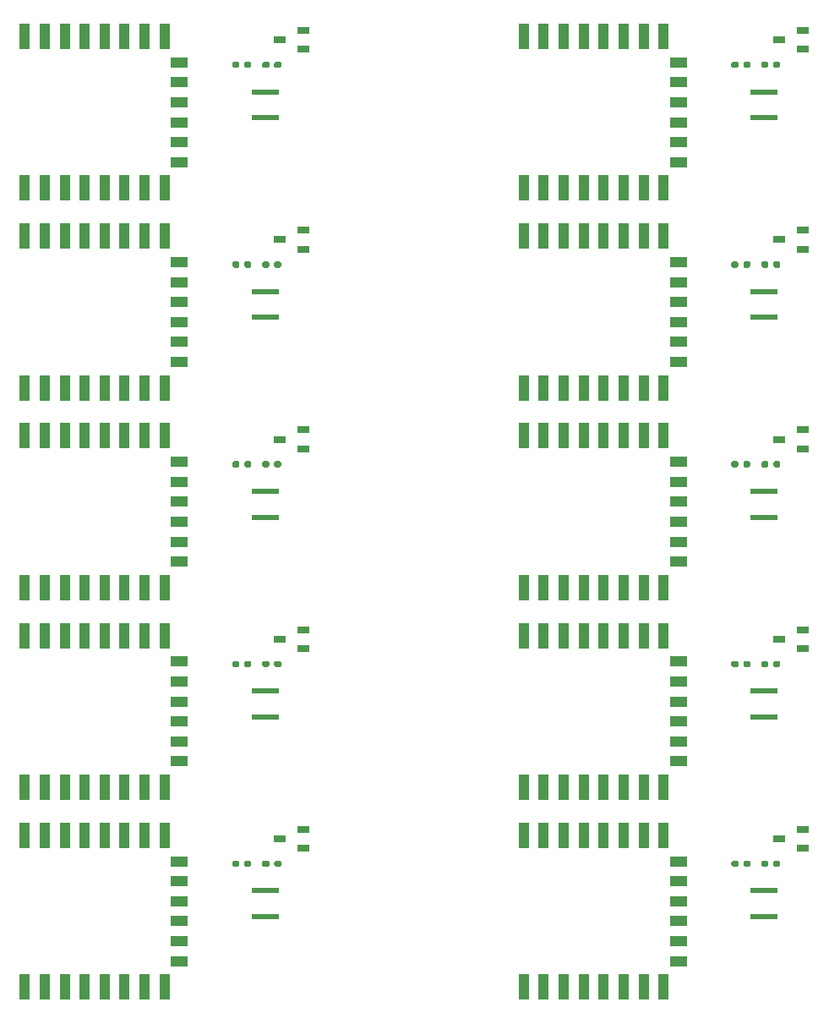
<source format=gbr>
%TF.GenerationSoftware,KiCad,Pcbnew,(5.1.9)-1*%
%TF.CreationDate,2021-04-07T06:54:24+02:00*%
%TF.ProjectId,IM350_AM550_5V_multi,494d3335-305f-4414-9d35-35305f35565f,rev?*%
%TF.SameCoordinates,Original*%
%TF.FileFunction,Paste,Top*%
%TF.FilePolarity,Positive*%
%FSLAX46Y46*%
G04 Gerber Fmt 4.6, Leading zero omitted, Abs format (unit mm)*
G04 Created by KiCad (PCBNEW (5.1.9)-1) date 2021-04-07 06:54:24*
%MOMM*%
%LPD*%
G01*
G04 APERTURE LIST*
%ADD10R,2.800000X0.600000*%
%ADD11R,1.000000X2.500000*%
%ADD12R,1.800000X1.000000*%
%ADD13R,1.300000X0.800000*%
G04 APERTURE END LIST*
%TO.C,P3*%
G36*
G01*
X133790000Y-119410000D02*
X133790000Y-119090000D01*
G75*
G02*
X133950000Y-118930000I160000J0D01*
G01*
X134345000Y-118930000D01*
G75*
G02*
X134505000Y-119090000I0J-160000D01*
G01*
X134505000Y-119410000D01*
G75*
G02*
X134345000Y-119570000I-160000J0D01*
G01*
X133950000Y-119570000D01*
G75*
G02*
X133790000Y-119410000I0J160000D01*
G01*
G37*
G36*
G01*
X132595000Y-119410000D02*
X132595000Y-119090000D01*
G75*
G02*
X132755000Y-118930000I160000J0D01*
G01*
X133150000Y-118930000D01*
G75*
G02*
X133310000Y-119090000I0J-160000D01*
G01*
X133310000Y-119410000D01*
G75*
G02*
X133150000Y-119570000I-160000J0D01*
G01*
X132755000Y-119570000D01*
G75*
G02*
X132595000Y-119410000I0J160000D01*
G01*
G37*
%TD*%
%TO.C,P3*%
G36*
G01*
X132595000Y-99410000D02*
X132595000Y-99090000D01*
G75*
G02*
X132755000Y-98930000I160000J0D01*
G01*
X133150000Y-98930000D01*
G75*
G02*
X133310000Y-99090000I0J-160000D01*
G01*
X133310000Y-99410000D01*
G75*
G02*
X133150000Y-99570000I-160000J0D01*
G01*
X132755000Y-99570000D01*
G75*
G02*
X132595000Y-99410000I0J160000D01*
G01*
G37*
G36*
G01*
X133790000Y-99410000D02*
X133790000Y-99090000D01*
G75*
G02*
X133950000Y-98930000I160000J0D01*
G01*
X134345000Y-98930000D01*
G75*
G02*
X134505000Y-99090000I0J-160000D01*
G01*
X134505000Y-99410000D01*
G75*
G02*
X134345000Y-99570000I-160000J0D01*
G01*
X133950000Y-99570000D01*
G75*
G02*
X133790000Y-99410000I0J160000D01*
G01*
G37*
%TD*%
D10*
%TO.C,J5*%
X132900000Y-101950000D03*
X132900000Y-104550000D03*
%TD*%
%TO.C,P4*%
G36*
G01*
X130790000Y-99410000D02*
X130790000Y-99090000D01*
G75*
G02*
X130950000Y-98930000I160000J0D01*
G01*
X131345000Y-98930000D01*
G75*
G02*
X131505000Y-99090000I0J-160000D01*
G01*
X131505000Y-99410000D01*
G75*
G02*
X131345000Y-99570000I-160000J0D01*
G01*
X130950000Y-99570000D01*
G75*
G02*
X130790000Y-99410000I0J160000D01*
G01*
G37*
G36*
G01*
X129595000Y-99410000D02*
X129595000Y-99090000D01*
G75*
G02*
X129755000Y-98930000I160000J0D01*
G01*
X130150000Y-98930000D01*
G75*
G02*
X130310000Y-99090000I0J-160000D01*
G01*
X130310000Y-99410000D01*
G75*
G02*
X130150000Y-99570000I-160000J0D01*
G01*
X129755000Y-99570000D01*
G75*
G02*
X129595000Y-99410000I0J160000D01*
G01*
G37*
%TD*%
D11*
%TO.C,U2*%
X108800000Y-111600000D03*
X110800000Y-111600000D03*
X112800000Y-111600000D03*
X114800000Y-111600000D03*
X116800000Y-111600000D03*
X118800000Y-111600000D03*
X120800000Y-111600000D03*
X122800000Y-111600000D03*
D12*
X124300000Y-109000000D03*
X124300000Y-107000000D03*
X124300000Y-105000000D03*
X124300000Y-103000000D03*
X124300000Y-101000000D03*
X124300000Y-99000000D03*
D11*
X122800000Y-96400000D03*
X120800000Y-96400000D03*
X118800000Y-96400000D03*
X116800000Y-96400000D03*
X114800000Y-96400000D03*
X112800000Y-96400000D03*
X110800000Y-96400000D03*
X108800000Y-96400000D03*
%TD*%
%TO.C,P4*%
G36*
G01*
X129595000Y-119410000D02*
X129595000Y-119090000D01*
G75*
G02*
X129755000Y-118930000I160000J0D01*
G01*
X130150000Y-118930000D01*
G75*
G02*
X130310000Y-119090000I0J-160000D01*
G01*
X130310000Y-119410000D01*
G75*
G02*
X130150000Y-119570000I-160000J0D01*
G01*
X129755000Y-119570000D01*
G75*
G02*
X129595000Y-119410000I0J160000D01*
G01*
G37*
G36*
G01*
X130790000Y-119410000D02*
X130790000Y-119090000D01*
G75*
G02*
X130950000Y-118930000I160000J0D01*
G01*
X131345000Y-118930000D01*
G75*
G02*
X131505000Y-119090000I0J-160000D01*
G01*
X131505000Y-119410000D01*
G75*
G02*
X131345000Y-119570000I-160000J0D01*
G01*
X130950000Y-119570000D01*
G75*
G02*
X130790000Y-119410000I0J160000D01*
G01*
G37*
%TD*%
D13*
%TO.C,U1*%
X136750000Y-97700000D03*
X136750000Y-95800000D03*
X134350000Y-96750000D03*
%TD*%
%TO.C,U1*%
X134350000Y-116750000D03*
X136750000Y-115800000D03*
X136750000Y-117700000D03*
%TD*%
D10*
%TO.C,J5*%
X132900000Y-124550000D03*
X132900000Y-121950000D03*
%TD*%
D11*
%TO.C,U2*%
X108800000Y-116400000D03*
X110800000Y-116400000D03*
X112800000Y-116400000D03*
X114800000Y-116400000D03*
X116800000Y-116400000D03*
X118800000Y-116400000D03*
X120800000Y-116400000D03*
X122800000Y-116400000D03*
D12*
X124300000Y-119000000D03*
X124300000Y-121000000D03*
X124300000Y-123000000D03*
X124300000Y-125000000D03*
X124300000Y-127000000D03*
X124300000Y-129000000D03*
D11*
X122800000Y-131600000D03*
X120800000Y-131600000D03*
X118800000Y-131600000D03*
X116800000Y-131600000D03*
X114800000Y-131600000D03*
X112800000Y-131600000D03*
X110800000Y-131600000D03*
X108800000Y-131600000D03*
%TD*%
D10*
%TO.C,J5*%
X132900000Y-84550000D03*
X132900000Y-81950000D03*
%TD*%
%TO.C,P4*%
G36*
G01*
X129595000Y-79410000D02*
X129595000Y-79090000D01*
G75*
G02*
X129755000Y-78930000I160000J0D01*
G01*
X130150000Y-78930000D01*
G75*
G02*
X130310000Y-79090000I0J-160000D01*
G01*
X130310000Y-79410000D01*
G75*
G02*
X130150000Y-79570000I-160000J0D01*
G01*
X129755000Y-79570000D01*
G75*
G02*
X129595000Y-79410000I0J160000D01*
G01*
G37*
G36*
G01*
X130790000Y-79410000D02*
X130790000Y-79090000D01*
G75*
G02*
X130950000Y-78930000I160000J0D01*
G01*
X131345000Y-78930000D01*
G75*
G02*
X131505000Y-79090000I0J-160000D01*
G01*
X131505000Y-79410000D01*
G75*
G02*
X131345000Y-79570000I-160000J0D01*
G01*
X130950000Y-79570000D01*
G75*
G02*
X130790000Y-79410000I0J160000D01*
G01*
G37*
%TD*%
D11*
%TO.C,U2*%
X108800000Y-76400000D03*
X110800000Y-76400000D03*
X112800000Y-76400000D03*
X114800000Y-76400000D03*
X116800000Y-76400000D03*
X118800000Y-76400000D03*
X120800000Y-76400000D03*
X122800000Y-76400000D03*
D12*
X124300000Y-79000000D03*
X124300000Y-81000000D03*
X124300000Y-83000000D03*
X124300000Y-85000000D03*
X124300000Y-87000000D03*
X124300000Y-89000000D03*
D11*
X122800000Y-91600000D03*
X120800000Y-91600000D03*
X118800000Y-91600000D03*
X116800000Y-91600000D03*
X114800000Y-91600000D03*
X112800000Y-91600000D03*
X110800000Y-91600000D03*
X108800000Y-91600000D03*
%TD*%
D13*
%TO.C,U1*%
X134350000Y-76750000D03*
X136750000Y-75800000D03*
X136750000Y-77700000D03*
%TD*%
%TO.C,P3*%
G36*
G01*
X133790000Y-79410000D02*
X133790000Y-79090000D01*
G75*
G02*
X133950000Y-78930000I160000J0D01*
G01*
X134345000Y-78930000D01*
G75*
G02*
X134505000Y-79090000I0J-160000D01*
G01*
X134505000Y-79410000D01*
G75*
G02*
X134345000Y-79570000I-160000J0D01*
G01*
X133950000Y-79570000D01*
G75*
G02*
X133790000Y-79410000I0J160000D01*
G01*
G37*
G36*
G01*
X132595000Y-79410000D02*
X132595000Y-79090000D01*
G75*
G02*
X132755000Y-78930000I160000J0D01*
G01*
X133150000Y-78930000D01*
G75*
G02*
X133310000Y-79090000I0J-160000D01*
G01*
X133310000Y-79410000D01*
G75*
G02*
X133150000Y-79570000I-160000J0D01*
G01*
X132755000Y-79570000D01*
G75*
G02*
X132595000Y-79410000I0J160000D01*
G01*
G37*
%TD*%
%TO.C,P4*%
G36*
G01*
X130790000Y-59410000D02*
X130790000Y-59090000D01*
G75*
G02*
X130950000Y-58930000I160000J0D01*
G01*
X131345000Y-58930000D01*
G75*
G02*
X131505000Y-59090000I0J-160000D01*
G01*
X131505000Y-59410000D01*
G75*
G02*
X131345000Y-59570000I-160000J0D01*
G01*
X130950000Y-59570000D01*
G75*
G02*
X130790000Y-59410000I0J160000D01*
G01*
G37*
G36*
G01*
X129595000Y-59410000D02*
X129595000Y-59090000D01*
G75*
G02*
X129755000Y-58930000I160000J0D01*
G01*
X130150000Y-58930000D01*
G75*
G02*
X130310000Y-59090000I0J-160000D01*
G01*
X130310000Y-59410000D01*
G75*
G02*
X130150000Y-59570000I-160000J0D01*
G01*
X129755000Y-59570000D01*
G75*
G02*
X129595000Y-59410000I0J160000D01*
G01*
G37*
%TD*%
D11*
%TO.C,U2*%
X108800000Y-71600000D03*
X110800000Y-71600000D03*
X112800000Y-71600000D03*
X114800000Y-71600000D03*
X116800000Y-71600000D03*
X118800000Y-71600000D03*
X120800000Y-71600000D03*
X122800000Y-71600000D03*
D12*
X124300000Y-69000000D03*
X124300000Y-67000000D03*
X124300000Y-65000000D03*
X124300000Y-63000000D03*
X124300000Y-61000000D03*
X124300000Y-59000000D03*
D11*
X122800000Y-56400000D03*
X120800000Y-56400000D03*
X118800000Y-56400000D03*
X116800000Y-56400000D03*
X114800000Y-56400000D03*
X112800000Y-56400000D03*
X110800000Y-56400000D03*
X108800000Y-56400000D03*
%TD*%
D13*
%TO.C,U1*%
X136750000Y-57700000D03*
X136750000Y-55800000D03*
X134350000Y-56750000D03*
%TD*%
%TO.C,P3*%
G36*
G01*
X132595000Y-59410000D02*
X132595000Y-59090000D01*
G75*
G02*
X132755000Y-58930000I160000J0D01*
G01*
X133150000Y-58930000D01*
G75*
G02*
X133310000Y-59090000I0J-160000D01*
G01*
X133310000Y-59410000D01*
G75*
G02*
X133150000Y-59570000I-160000J0D01*
G01*
X132755000Y-59570000D01*
G75*
G02*
X132595000Y-59410000I0J160000D01*
G01*
G37*
G36*
G01*
X133790000Y-59410000D02*
X133790000Y-59090000D01*
G75*
G02*
X133950000Y-58930000I160000J0D01*
G01*
X134345000Y-58930000D01*
G75*
G02*
X134505000Y-59090000I0J-160000D01*
G01*
X134505000Y-59410000D01*
G75*
G02*
X134345000Y-59570000I-160000J0D01*
G01*
X133950000Y-59570000D01*
G75*
G02*
X133790000Y-59410000I0J160000D01*
G01*
G37*
%TD*%
D10*
%TO.C,J5*%
X132900000Y-61950000D03*
X132900000Y-64550000D03*
%TD*%
D11*
%TO.C,U2*%
X108800000Y-36400000D03*
X110800000Y-36400000D03*
X112800000Y-36400000D03*
X114800000Y-36400000D03*
X116800000Y-36400000D03*
X118800000Y-36400000D03*
X120800000Y-36400000D03*
X122800000Y-36400000D03*
D12*
X124300000Y-39000000D03*
X124300000Y-41000000D03*
X124300000Y-43000000D03*
X124300000Y-45000000D03*
X124300000Y-47000000D03*
X124300000Y-49000000D03*
D11*
X122800000Y-51600000D03*
X120800000Y-51600000D03*
X118800000Y-51600000D03*
X116800000Y-51600000D03*
X114800000Y-51600000D03*
X112800000Y-51600000D03*
X110800000Y-51600000D03*
X108800000Y-51600000D03*
%TD*%
D13*
%TO.C,U1*%
X134350000Y-36750000D03*
X136750000Y-35800000D03*
X136750000Y-37700000D03*
%TD*%
%TO.C,P3*%
G36*
G01*
X133790000Y-39410000D02*
X133790000Y-39090000D01*
G75*
G02*
X133950000Y-38930000I160000J0D01*
G01*
X134345000Y-38930000D01*
G75*
G02*
X134505000Y-39090000I0J-160000D01*
G01*
X134505000Y-39410000D01*
G75*
G02*
X134345000Y-39570000I-160000J0D01*
G01*
X133950000Y-39570000D01*
G75*
G02*
X133790000Y-39410000I0J160000D01*
G01*
G37*
G36*
G01*
X132595000Y-39410000D02*
X132595000Y-39090000D01*
G75*
G02*
X132755000Y-38930000I160000J0D01*
G01*
X133150000Y-38930000D01*
G75*
G02*
X133310000Y-39090000I0J-160000D01*
G01*
X133310000Y-39410000D01*
G75*
G02*
X133150000Y-39570000I-160000J0D01*
G01*
X132755000Y-39570000D01*
G75*
G02*
X132595000Y-39410000I0J160000D01*
G01*
G37*
%TD*%
%TO.C,P4*%
G36*
G01*
X129595000Y-39410000D02*
X129595000Y-39090000D01*
G75*
G02*
X129755000Y-38930000I160000J0D01*
G01*
X130150000Y-38930000D01*
G75*
G02*
X130310000Y-39090000I0J-160000D01*
G01*
X130310000Y-39410000D01*
G75*
G02*
X130150000Y-39570000I-160000J0D01*
G01*
X129755000Y-39570000D01*
G75*
G02*
X129595000Y-39410000I0J160000D01*
G01*
G37*
G36*
G01*
X130790000Y-39410000D02*
X130790000Y-39090000D01*
G75*
G02*
X130950000Y-38930000I160000J0D01*
G01*
X131345000Y-38930000D01*
G75*
G02*
X131505000Y-39090000I0J-160000D01*
G01*
X131505000Y-39410000D01*
G75*
G02*
X131345000Y-39570000I-160000J0D01*
G01*
X130950000Y-39570000D01*
G75*
G02*
X130790000Y-39410000I0J160000D01*
G01*
G37*
%TD*%
D10*
%TO.C,J5*%
X132900000Y-44550000D03*
X132900000Y-41950000D03*
%TD*%
%TO.C,P3*%
G36*
G01*
X82595000Y-119410000D02*
X82595000Y-119090000D01*
G75*
G02*
X82755000Y-118930000I160000J0D01*
G01*
X83150000Y-118930000D01*
G75*
G02*
X83310000Y-119090000I0J-160000D01*
G01*
X83310000Y-119410000D01*
G75*
G02*
X83150000Y-119570000I-160000J0D01*
G01*
X82755000Y-119570000D01*
G75*
G02*
X82595000Y-119410000I0J160000D01*
G01*
G37*
G36*
G01*
X83790000Y-119410000D02*
X83790000Y-119090000D01*
G75*
G02*
X83950000Y-118930000I160000J0D01*
G01*
X84345000Y-118930000D01*
G75*
G02*
X84505000Y-119090000I0J-160000D01*
G01*
X84505000Y-119410000D01*
G75*
G02*
X84345000Y-119570000I-160000J0D01*
G01*
X83950000Y-119570000D01*
G75*
G02*
X83790000Y-119410000I0J160000D01*
G01*
G37*
%TD*%
%TO.C,J5*%
X82900000Y-121950000D03*
X82900000Y-124550000D03*
%TD*%
%TO.C,P4*%
G36*
G01*
X80790000Y-119410000D02*
X80790000Y-119090000D01*
G75*
G02*
X80950000Y-118930000I160000J0D01*
G01*
X81345000Y-118930000D01*
G75*
G02*
X81505000Y-119090000I0J-160000D01*
G01*
X81505000Y-119410000D01*
G75*
G02*
X81345000Y-119570000I-160000J0D01*
G01*
X80950000Y-119570000D01*
G75*
G02*
X80790000Y-119410000I0J160000D01*
G01*
G37*
G36*
G01*
X79595000Y-119410000D02*
X79595000Y-119090000D01*
G75*
G02*
X79755000Y-118930000I160000J0D01*
G01*
X80150000Y-118930000D01*
G75*
G02*
X80310000Y-119090000I0J-160000D01*
G01*
X80310000Y-119410000D01*
G75*
G02*
X80150000Y-119570000I-160000J0D01*
G01*
X79755000Y-119570000D01*
G75*
G02*
X79595000Y-119410000I0J160000D01*
G01*
G37*
%TD*%
D11*
%TO.C,U2*%
X58800000Y-131600000D03*
X60800000Y-131600000D03*
X62800000Y-131600000D03*
X64800000Y-131600000D03*
X66800000Y-131600000D03*
X68800000Y-131600000D03*
X70800000Y-131600000D03*
X72800000Y-131600000D03*
D12*
X74300000Y-129000000D03*
X74300000Y-127000000D03*
X74300000Y-125000000D03*
X74300000Y-123000000D03*
X74300000Y-121000000D03*
X74300000Y-119000000D03*
D11*
X72800000Y-116400000D03*
X70800000Y-116400000D03*
X68800000Y-116400000D03*
X66800000Y-116400000D03*
X64800000Y-116400000D03*
X62800000Y-116400000D03*
X60800000Y-116400000D03*
X58800000Y-116400000D03*
%TD*%
D13*
%TO.C,U1*%
X86750000Y-117700000D03*
X86750000Y-115800000D03*
X84350000Y-116750000D03*
%TD*%
D10*
%TO.C,J5*%
X82900000Y-104550000D03*
X82900000Y-101950000D03*
%TD*%
%TO.C,P4*%
G36*
G01*
X79595000Y-99410000D02*
X79595000Y-99090000D01*
G75*
G02*
X79755000Y-98930000I160000J0D01*
G01*
X80150000Y-98930000D01*
G75*
G02*
X80310000Y-99090000I0J-160000D01*
G01*
X80310000Y-99410000D01*
G75*
G02*
X80150000Y-99570000I-160000J0D01*
G01*
X79755000Y-99570000D01*
G75*
G02*
X79595000Y-99410000I0J160000D01*
G01*
G37*
G36*
G01*
X80790000Y-99410000D02*
X80790000Y-99090000D01*
G75*
G02*
X80950000Y-98930000I160000J0D01*
G01*
X81345000Y-98930000D01*
G75*
G02*
X81505000Y-99090000I0J-160000D01*
G01*
X81505000Y-99410000D01*
G75*
G02*
X81345000Y-99570000I-160000J0D01*
G01*
X80950000Y-99570000D01*
G75*
G02*
X80790000Y-99410000I0J160000D01*
G01*
G37*
%TD*%
D11*
%TO.C,U2*%
X58800000Y-96400000D03*
X60800000Y-96400000D03*
X62800000Y-96400000D03*
X64800000Y-96400000D03*
X66800000Y-96400000D03*
X68800000Y-96400000D03*
X70800000Y-96400000D03*
X72800000Y-96400000D03*
D12*
X74300000Y-99000000D03*
X74300000Y-101000000D03*
X74300000Y-103000000D03*
X74300000Y-105000000D03*
X74300000Y-107000000D03*
X74300000Y-109000000D03*
D11*
X72800000Y-111600000D03*
X70800000Y-111600000D03*
X68800000Y-111600000D03*
X66800000Y-111600000D03*
X64800000Y-111600000D03*
X62800000Y-111600000D03*
X60800000Y-111600000D03*
X58800000Y-111600000D03*
%TD*%
D13*
%TO.C,U1*%
X84350000Y-96750000D03*
X86750000Y-95800000D03*
X86750000Y-97700000D03*
%TD*%
%TO.C,P3*%
G36*
G01*
X83790000Y-99410000D02*
X83790000Y-99090000D01*
G75*
G02*
X83950000Y-98930000I160000J0D01*
G01*
X84345000Y-98930000D01*
G75*
G02*
X84505000Y-99090000I0J-160000D01*
G01*
X84505000Y-99410000D01*
G75*
G02*
X84345000Y-99570000I-160000J0D01*
G01*
X83950000Y-99570000D01*
G75*
G02*
X83790000Y-99410000I0J160000D01*
G01*
G37*
G36*
G01*
X82595000Y-99410000D02*
X82595000Y-99090000D01*
G75*
G02*
X82755000Y-98930000I160000J0D01*
G01*
X83150000Y-98930000D01*
G75*
G02*
X83310000Y-99090000I0J-160000D01*
G01*
X83310000Y-99410000D01*
G75*
G02*
X83150000Y-99570000I-160000J0D01*
G01*
X82755000Y-99570000D01*
G75*
G02*
X82595000Y-99410000I0J160000D01*
G01*
G37*
%TD*%
%TO.C,P4*%
G36*
G01*
X80790000Y-79410000D02*
X80790000Y-79090000D01*
G75*
G02*
X80950000Y-78930000I160000J0D01*
G01*
X81345000Y-78930000D01*
G75*
G02*
X81505000Y-79090000I0J-160000D01*
G01*
X81505000Y-79410000D01*
G75*
G02*
X81345000Y-79570000I-160000J0D01*
G01*
X80950000Y-79570000D01*
G75*
G02*
X80790000Y-79410000I0J160000D01*
G01*
G37*
G36*
G01*
X79595000Y-79410000D02*
X79595000Y-79090000D01*
G75*
G02*
X79755000Y-78930000I160000J0D01*
G01*
X80150000Y-78930000D01*
G75*
G02*
X80310000Y-79090000I0J-160000D01*
G01*
X80310000Y-79410000D01*
G75*
G02*
X80150000Y-79570000I-160000J0D01*
G01*
X79755000Y-79570000D01*
G75*
G02*
X79595000Y-79410000I0J160000D01*
G01*
G37*
%TD*%
D11*
%TO.C,U2*%
X58800000Y-91600000D03*
X60800000Y-91600000D03*
X62800000Y-91600000D03*
X64800000Y-91600000D03*
X66800000Y-91600000D03*
X68800000Y-91600000D03*
X70800000Y-91600000D03*
X72800000Y-91600000D03*
D12*
X74300000Y-89000000D03*
X74300000Y-87000000D03*
X74300000Y-85000000D03*
X74300000Y-83000000D03*
X74300000Y-81000000D03*
X74300000Y-79000000D03*
D11*
X72800000Y-76400000D03*
X70800000Y-76400000D03*
X68800000Y-76400000D03*
X66800000Y-76400000D03*
X64800000Y-76400000D03*
X62800000Y-76400000D03*
X60800000Y-76400000D03*
X58800000Y-76400000D03*
%TD*%
D13*
%TO.C,U1*%
X86750000Y-77700000D03*
X86750000Y-75800000D03*
X84350000Y-76750000D03*
%TD*%
%TO.C,P3*%
G36*
G01*
X82595000Y-79410000D02*
X82595000Y-79090000D01*
G75*
G02*
X82755000Y-78930000I160000J0D01*
G01*
X83150000Y-78930000D01*
G75*
G02*
X83310000Y-79090000I0J-160000D01*
G01*
X83310000Y-79410000D01*
G75*
G02*
X83150000Y-79570000I-160000J0D01*
G01*
X82755000Y-79570000D01*
G75*
G02*
X82595000Y-79410000I0J160000D01*
G01*
G37*
G36*
G01*
X83790000Y-79410000D02*
X83790000Y-79090000D01*
G75*
G02*
X83950000Y-78930000I160000J0D01*
G01*
X84345000Y-78930000D01*
G75*
G02*
X84505000Y-79090000I0J-160000D01*
G01*
X84505000Y-79410000D01*
G75*
G02*
X84345000Y-79570000I-160000J0D01*
G01*
X83950000Y-79570000D01*
G75*
G02*
X83790000Y-79410000I0J160000D01*
G01*
G37*
%TD*%
D10*
%TO.C,J5*%
X82900000Y-81950000D03*
X82900000Y-84550000D03*
%TD*%
D11*
%TO.C,U2*%
X58800000Y-56400000D03*
X60800000Y-56400000D03*
X62800000Y-56400000D03*
X64800000Y-56400000D03*
X66800000Y-56400000D03*
X68800000Y-56400000D03*
X70800000Y-56400000D03*
X72800000Y-56400000D03*
D12*
X74300000Y-59000000D03*
X74300000Y-61000000D03*
X74300000Y-63000000D03*
X74300000Y-65000000D03*
X74300000Y-67000000D03*
X74300000Y-69000000D03*
D11*
X72800000Y-71600000D03*
X70800000Y-71600000D03*
X68800000Y-71600000D03*
X66800000Y-71600000D03*
X64800000Y-71600000D03*
X62800000Y-71600000D03*
X60800000Y-71600000D03*
X58800000Y-71600000D03*
%TD*%
D13*
%TO.C,U1*%
X84350000Y-56750000D03*
X86750000Y-55800000D03*
X86750000Y-57700000D03*
%TD*%
%TO.C,P3*%
G36*
G01*
X83790000Y-59410000D02*
X83790000Y-59090000D01*
G75*
G02*
X83950000Y-58930000I160000J0D01*
G01*
X84345000Y-58930000D01*
G75*
G02*
X84505000Y-59090000I0J-160000D01*
G01*
X84505000Y-59410000D01*
G75*
G02*
X84345000Y-59570000I-160000J0D01*
G01*
X83950000Y-59570000D01*
G75*
G02*
X83790000Y-59410000I0J160000D01*
G01*
G37*
G36*
G01*
X82595000Y-59410000D02*
X82595000Y-59090000D01*
G75*
G02*
X82755000Y-58930000I160000J0D01*
G01*
X83150000Y-58930000D01*
G75*
G02*
X83310000Y-59090000I0J-160000D01*
G01*
X83310000Y-59410000D01*
G75*
G02*
X83150000Y-59570000I-160000J0D01*
G01*
X82755000Y-59570000D01*
G75*
G02*
X82595000Y-59410000I0J160000D01*
G01*
G37*
%TD*%
%TO.C,P4*%
G36*
G01*
X79595000Y-59410000D02*
X79595000Y-59090000D01*
G75*
G02*
X79755000Y-58930000I160000J0D01*
G01*
X80150000Y-58930000D01*
G75*
G02*
X80310000Y-59090000I0J-160000D01*
G01*
X80310000Y-59410000D01*
G75*
G02*
X80150000Y-59570000I-160000J0D01*
G01*
X79755000Y-59570000D01*
G75*
G02*
X79595000Y-59410000I0J160000D01*
G01*
G37*
G36*
G01*
X80790000Y-59410000D02*
X80790000Y-59090000D01*
G75*
G02*
X80950000Y-58930000I160000J0D01*
G01*
X81345000Y-58930000D01*
G75*
G02*
X81505000Y-59090000I0J-160000D01*
G01*
X81505000Y-59410000D01*
G75*
G02*
X81345000Y-59570000I-160000J0D01*
G01*
X80950000Y-59570000D01*
G75*
G02*
X80790000Y-59410000I0J160000D01*
G01*
G37*
%TD*%
D10*
%TO.C,J5*%
X82900000Y-64550000D03*
X82900000Y-61950000D03*
%TD*%
%TO.C,J5*%
X82900000Y-41950000D03*
X82900000Y-44550000D03*
%TD*%
%TO.C,P3*%
G36*
G01*
X82595000Y-39410000D02*
X82595000Y-39090000D01*
G75*
G02*
X82755000Y-38930000I160000J0D01*
G01*
X83150000Y-38930000D01*
G75*
G02*
X83310000Y-39090000I0J-160000D01*
G01*
X83310000Y-39410000D01*
G75*
G02*
X83150000Y-39570000I-160000J0D01*
G01*
X82755000Y-39570000D01*
G75*
G02*
X82595000Y-39410000I0J160000D01*
G01*
G37*
G36*
G01*
X83790000Y-39410000D02*
X83790000Y-39090000D01*
G75*
G02*
X83950000Y-38930000I160000J0D01*
G01*
X84345000Y-38930000D01*
G75*
G02*
X84505000Y-39090000I0J-160000D01*
G01*
X84505000Y-39410000D01*
G75*
G02*
X84345000Y-39570000I-160000J0D01*
G01*
X83950000Y-39570000D01*
G75*
G02*
X83790000Y-39410000I0J160000D01*
G01*
G37*
%TD*%
%TO.C,P4*%
G36*
G01*
X80790000Y-39410000D02*
X80790000Y-39090000D01*
G75*
G02*
X80950000Y-38930000I160000J0D01*
G01*
X81345000Y-38930000D01*
G75*
G02*
X81505000Y-39090000I0J-160000D01*
G01*
X81505000Y-39410000D01*
G75*
G02*
X81345000Y-39570000I-160000J0D01*
G01*
X80950000Y-39570000D01*
G75*
G02*
X80790000Y-39410000I0J160000D01*
G01*
G37*
G36*
G01*
X79595000Y-39410000D02*
X79595000Y-39090000D01*
G75*
G02*
X79755000Y-38930000I160000J0D01*
G01*
X80150000Y-38930000D01*
G75*
G02*
X80310000Y-39090000I0J-160000D01*
G01*
X80310000Y-39410000D01*
G75*
G02*
X80150000Y-39570000I-160000J0D01*
G01*
X79755000Y-39570000D01*
G75*
G02*
X79595000Y-39410000I0J160000D01*
G01*
G37*
%TD*%
D13*
%TO.C,U1*%
X86750000Y-37700000D03*
X86750000Y-35800000D03*
X84350000Y-36750000D03*
%TD*%
D11*
%TO.C,U2*%
X58800000Y-51600000D03*
X60800000Y-51600000D03*
X62800000Y-51600000D03*
X64800000Y-51600000D03*
X66800000Y-51600000D03*
X68800000Y-51600000D03*
X70800000Y-51600000D03*
X72800000Y-51600000D03*
D12*
X74300000Y-49000000D03*
X74300000Y-47000000D03*
X74300000Y-45000000D03*
X74300000Y-43000000D03*
X74300000Y-41000000D03*
X74300000Y-39000000D03*
D11*
X72800000Y-36400000D03*
X70800000Y-36400000D03*
X68800000Y-36400000D03*
X66800000Y-36400000D03*
X64800000Y-36400000D03*
X62800000Y-36400000D03*
X60800000Y-36400000D03*
X58800000Y-36400000D03*
%TD*%
M02*

</source>
